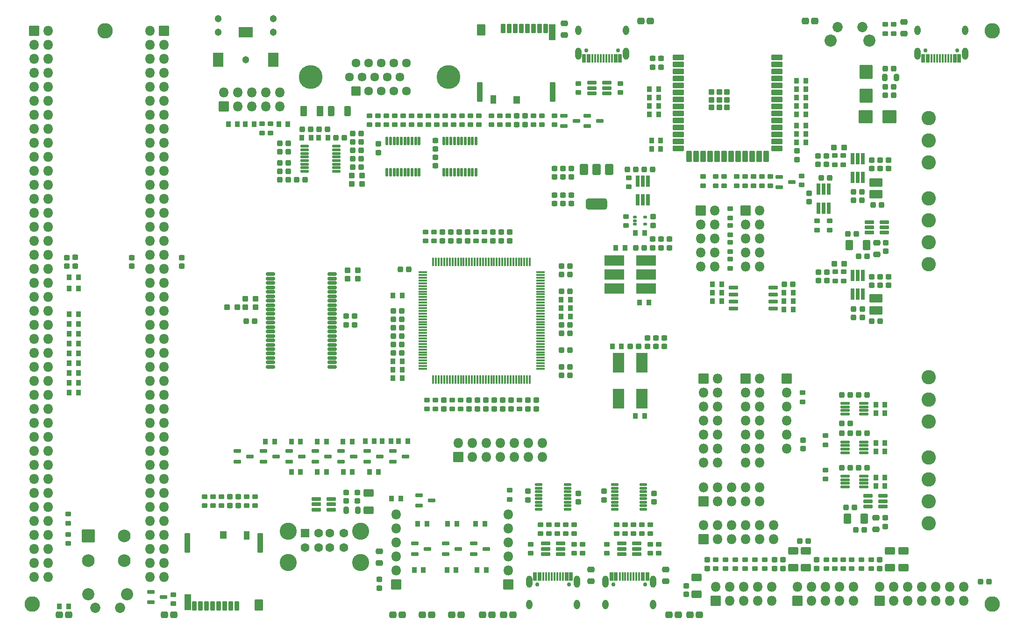
<source format=gbr>
%TF.GenerationSoftware,KiCad,Pcbnew,8.0.4*%
%TF.CreationDate,2024-07-29T15:07:11-07:00*%
%TF.ProjectId,PETER,50455445-522e-46b6-9963-61645f706362,0*%
%TF.SameCoordinates,Original*%
%TF.FileFunction,Soldermask,Top*%
%TF.FilePolarity,Negative*%
%FSLAX46Y46*%
G04 Gerber Fmt 4.6, Leading zero omitted, Abs format (unit mm)*
G04 Created by KiCad (PCBNEW 8.0.4) date 2024-07-29 15:07:11*
%MOMM*%
%LPD*%
G01*
G04 APERTURE LIST*
G04 Aperture macros list*
%AMRoundRect*
0 Rectangle with rounded corners*
0 $1 Rounding radius*
0 $2 $3 $4 $5 $6 $7 $8 $9 X,Y pos of 4 corners*
0 Add a 4 corners polygon primitive as box body*
4,1,4,$2,$3,$4,$5,$6,$7,$8,$9,$2,$3,0*
0 Add four circle primitives for the rounded corners*
1,1,$1+$1,$2,$3*
1,1,$1+$1,$4,$5*
1,1,$1+$1,$6,$7*
1,1,$1+$1,$8,$9*
0 Add four rect primitives between the rounded corners*
20,1,$1+$1,$2,$3,$4,$5,0*
20,1,$1+$1,$4,$5,$6,$7,0*
20,1,$1+$1,$6,$7,$8,$9,0*
20,1,$1+$1,$8,$9,$2,$3,0*%
G04 Aperture macros list end*
%ADD10C,2.802000*%
%ADD11RoundRect,0.225500X0.225500X0.300500X-0.225500X0.300500X-0.225500X-0.300500X0.225500X-0.300500X0*%
%ADD12RoundRect,0.188000X-0.643000X-0.188000X0.643000X-0.188000X0.643000X0.188000X-0.643000X0.188000X0*%
%ADD13RoundRect,0.175500X-0.538000X-0.175500X0.538000X-0.175500X0.538000X0.175500X-0.538000X0.175500X0*%
%ADD14RoundRect,0.250500X-0.250500X-0.275500X0.250500X-0.275500X0.250500X0.275500X-0.250500X0.275500X0*%
%ADD15RoundRect,0.225500X-0.300500X0.225500X-0.300500X-0.225500X0.300500X-0.225500X0.300500X0.225500X0*%
%ADD16RoundRect,0.244250X0.244250X0.406750X-0.244250X0.406750X-0.244250X-0.406750X0.244250X-0.406750X0*%
%ADD17RoundRect,0.051000X-0.850000X-0.850000X0.850000X-0.850000X0.850000X0.850000X-0.850000X0.850000X0*%
%ADD18O,1.802000X1.802000*%
%ADD19RoundRect,0.051000X0.850000X-0.850000X0.850000X0.850000X-0.850000X0.850000X-0.850000X-0.850000X0*%
%ADD20C,0.752000*%
%ADD21RoundRect,0.051000X-0.300000X-0.725000X0.300000X-0.725000X0.300000X0.725000X-0.300000X0.725000X0*%
%ADD22RoundRect,0.051000X-0.150000X-0.725000X0.150000X-0.725000X0.150000X0.725000X-0.150000X0.725000X0*%
%ADD23O,1.102000X2.202000*%
%ADD24O,1.102000X1.702000*%
%ADD25RoundRect,0.225500X-0.225500X-0.300500X0.225500X-0.300500X0.225500X0.300500X-0.225500X0.300500X0*%
%ADD26RoundRect,0.225500X0.300500X-0.225500X0.300500X0.225500X-0.300500X0.225500X-0.300500X-0.225500X0*%
%ADD27RoundRect,0.301000X0.351000X0.301000X-0.351000X0.301000X-0.351000X-0.301000X0.351000X-0.301000X0*%
%ADD28RoundRect,0.244250X-0.406750X0.244250X-0.406750X-0.244250X0.406750X-0.244250X0.406750X0.244250X0*%
%ADD29RoundRect,0.250500X0.250500X0.275500X-0.250500X0.275500X-0.250500X-0.275500X0.250500X-0.275500X0*%
%ADD30RoundRect,0.244250X0.406750X-0.244250X0.406750X0.244250X-0.406750X0.244250X-0.406750X-0.244250X0*%
%ADD31RoundRect,0.051000X-1.100000X-1.100000X1.100000X-1.100000X1.100000X1.100000X-1.100000X1.100000X0*%
%ADD32C,2.302000*%
%ADD33RoundRect,0.250500X-0.275500X0.250500X-0.275500X-0.250500X0.275500X-0.250500X0.275500X0.250500X0*%
%ADD34RoundRect,0.102000X-1.110000X0.620000X-1.110000X-0.620000X1.110000X-0.620000X1.110000X0.620000X0*%
%ADD35RoundRect,0.051000X-0.600000X-0.200000X0.600000X-0.200000X0.600000X0.200000X-0.600000X0.200000X0*%
%ADD36RoundRect,0.250500X0.275500X-0.250500X0.275500X0.250500X-0.275500X0.250500X-0.275500X-0.250500X0*%
%ADD37RoundRect,0.269616X0.656384X-0.431384X0.656384X0.431384X-0.656384X0.431384X-0.656384X-0.431384X0*%
%ADD38RoundRect,0.051000X-1.750000X0.900000X-1.750000X-0.900000X1.750000X-0.900000X1.750000X0.900000X0*%
%ADD39C,1.852000*%
%ADD40C,2.202000*%
%ADD41C,1.302000*%
%ADD42RoundRect,0.051000X-1.250000X0.900000X-1.250000X-0.900000X1.250000X-0.900000X1.250000X0.900000X0*%
%ADD43RoundRect,0.051000X-0.900000X1.250000X-0.900000X-1.250000X0.900000X-1.250000X0.900000X1.250000X0*%
%ADD44RoundRect,0.188000X0.188000X-0.863000X0.188000X0.863000X-0.188000X0.863000X-0.188000X-0.863000X0*%
%ADD45RoundRect,0.051000X-1.000000X1.750000X-1.000000X-1.750000X1.000000X-1.750000X1.000000X1.750000X0*%
%ADD46RoundRect,0.125500X0.125500X-0.663000X0.125500X0.663000X-0.125500X0.663000X-0.125500X-0.663000X0*%
%ADD47RoundRect,0.269616X-0.431384X-0.656384X0.431384X-0.656384X0.431384X0.656384X-0.431384X0.656384X0*%
%ADD48RoundRect,0.244250X-0.244250X-0.281750X0.244250X-0.281750X0.244250X0.281750X-0.244250X0.281750X0*%
%ADD49RoundRect,0.051000X-0.750000X-0.750000X0.750000X-0.750000X0.750000X0.750000X-0.750000X0.750000X0*%
%ADD50C,1.602000*%
%ADD51C,3.102000*%
%ADD52RoundRect,0.051000X0.300000X0.725000X-0.300000X0.725000X-0.300000X-0.725000X0.300000X-0.725000X0*%
%ADD53RoundRect,0.051000X0.150000X0.725000X-0.150000X0.725000X-0.150000X-0.725000X0.150000X-0.725000X0*%
%ADD54RoundRect,0.051000X-0.800000X0.200000X-0.800000X-0.200000X0.800000X-0.200000X0.800000X0.200000X0*%
%ADD55RoundRect,0.263000X0.275500X0.263000X-0.275500X0.263000X-0.275500X-0.263000X0.275500X-0.263000X0*%
%ADD56RoundRect,0.263000X-0.275500X-0.263000X0.275500X-0.263000X0.275500X0.263000X-0.275500X0.263000X0*%
%ADD57RoundRect,0.051000X0.850000X0.850000X-0.850000X0.850000X-0.850000X-0.850000X0.850000X-0.850000X0*%
%ADD58RoundRect,0.244250X0.244250X0.281750X-0.244250X0.281750X-0.244250X-0.281750X0.244250X-0.281750X0*%
%ADD59RoundRect,0.244250X0.281750X-0.244250X0.281750X0.244250X-0.281750X0.244250X-0.281750X-0.244250X0*%
%ADD60RoundRect,0.272174X0.353826X0.678826X-0.353826X0.678826X-0.353826X-0.678826X0.353826X-0.678826X0*%
%ADD61RoundRect,0.051000X0.754000X0.754000X-0.754000X0.754000X-0.754000X-0.754000X0.754000X-0.754000X0*%
%ADD62C,1.610000*%
%ADD63C,4.318000*%
%ADD64RoundRect,0.301000X-0.351000X-0.301000X0.351000X-0.301000X0.351000X0.301000X-0.351000X0.301000X0*%
%ADD65RoundRect,0.269616X-0.656384X0.431384X-0.656384X-0.431384X0.656384X-0.431384X0.656384X0.431384X0*%
%ADD66RoundRect,0.244250X-0.244250X-0.406750X0.244250X-0.406750X0.244250X0.406750X-0.244250X0.406750X0*%
%ADD67RoundRect,0.261087X-1.039913X-0.939913X1.039913X-0.939913X1.039913X0.939913X-1.039913X0.939913X0*%
%ADD68RoundRect,0.076200X0.350000X0.750000X-0.350000X0.750000X-0.350000X-0.750000X0.350000X-0.750000X0*%
%ADD69RoundRect,0.076200X0.450000X0.665000X-0.450000X0.665000X-0.450000X-0.665000X0.450000X-0.665000X0*%
%ADD70RoundRect,0.076200X0.525000X0.590000X-0.525000X0.590000X-0.525000X-0.590000X0.525000X-0.590000X0*%
%ADD71RoundRect,0.076200X0.670000X0.915000X-0.670000X0.915000X-0.670000X-0.915000X0.670000X-0.915000X0*%
%ADD72RoundRect,0.076200X0.530000X1.400000X-0.530000X1.400000X-0.530000X-1.400000X0.530000X-1.400000X0*%
%ADD73RoundRect,0.076200X0.450000X1.665000X-0.450000X1.665000X-0.450000X-1.665000X0.450000X-1.665000X0*%
%ADD74RoundRect,0.100500X0.100500X-0.688000X0.100500X0.688000X-0.100500X0.688000X-0.100500X-0.688000X0*%
%ADD75RoundRect,0.100500X0.688000X-0.100500X0.688000X0.100500X-0.688000X0.100500X-0.688000X-0.100500X0*%
%ADD76C,2.602000*%
%ADD77RoundRect,0.051000X-0.950000X-0.450000X0.950000X-0.450000X0.950000X0.450000X-0.950000X0.450000X0*%
%ADD78RoundRect,0.051000X0.450000X-0.950000X0.450000X0.950000X-0.450000X0.950000X-0.450000X-0.950000X0*%
%ADD79RoundRect,0.051000X0.950000X0.450000X-0.950000X0.450000X-0.950000X-0.450000X0.950000X-0.450000X0*%
%ADD80RoundRect,0.051000X0.450000X0.450000X-0.450000X0.450000X-0.450000X-0.450000X0.450000X-0.450000X0*%
%ADD81RoundRect,0.125500X-0.250500X-0.125500X0.250500X-0.125500X0.250500X0.125500X-0.250500X0.125500X0*%
%ADD82RoundRect,0.125500X-0.663000X-0.125500X0.663000X-0.125500X0.663000X0.125500X-0.663000X0.125500X0*%
%ADD83RoundRect,0.261087X0.939913X-1.039913X0.939913X1.039913X-0.939913X1.039913X-0.939913X-1.039913X0*%
%ADD84RoundRect,0.076200X-0.350000X-0.750000X0.350000X-0.750000X0.350000X0.750000X-0.350000X0.750000X0*%
%ADD85RoundRect,0.076200X-0.450000X-0.665000X0.450000X-0.665000X0.450000X0.665000X-0.450000X0.665000X0*%
%ADD86RoundRect,0.076200X-0.525000X-0.590000X0.525000X-0.590000X0.525000X0.590000X-0.525000X0.590000X0*%
%ADD87RoundRect,0.076200X-0.670000X-0.915000X0.670000X-0.915000X0.670000X0.915000X-0.670000X0.915000X0*%
%ADD88RoundRect,0.076200X-0.530000X-1.400000X0.530000X-1.400000X0.530000X1.400000X-0.530000X1.400000X0*%
%ADD89RoundRect,0.076200X-0.450000X-1.665000X0.450000X-1.665000X0.450000X1.665000X-0.450000X1.665000X0*%
%ADD90RoundRect,0.175500X-0.675500X-0.175500X0.675500X-0.175500X0.675500X0.175500X-0.675500X0.175500X0*%
%ADD91RoundRect,0.400500X-0.400500X0.650500X-0.400500X-0.650500X0.400500X-0.650500X0.400500X0.650500X0*%
%ADD92RoundRect,0.525500X-1.425500X0.525500X-1.425500X-0.525500X1.425500X-0.525500X1.425500X0.525500X0*%
%ADD93RoundRect,0.163000X-0.650500X-0.163000X0.650500X-0.163000X0.650500X0.163000X-0.650500X0.163000X0*%
%ADD94RoundRect,0.272666X-0.340834X-0.653334X0.340834X-0.653334X0.340834X0.653334X-0.340834X0.653334X0*%
G04 APERTURE END LIST*
D10*
%TO.C,H1*%
X12828800Y-28000D03*
%TD*%
%TO.C,H2*%
X173620800Y-28000D03*
%TD*%
%TO.C,H3*%
X-379200Y-104028000D03*
%TD*%
%TO.C,H4*%
X173620800Y-104028000D03*
%TD*%
D11*
%TO.C,R808*%
X52944800Y-74549000D03*
X51294800Y-74549000D03*
%TD*%
D12*
%TO.C,D1201*%
X101062800Y-9464000D03*
X101062800Y-10414000D03*
X101062800Y-11364000D03*
X103762800Y-11364000D03*
X103762800Y-10414000D03*
X103762800Y-9464000D03*
%TD*%
D13*
%TO.C,Q1202*%
X100195300Y-15433000D03*
X100195300Y-17333000D03*
X102470300Y-16383000D03*
%TD*%
D14*
%TO.C,C909*%
X147484800Y-36830000D03*
X149034800Y-36830000D03*
%TD*%
D15*
%TO.C,R205*%
X146671300Y-43752000D03*
X146671300Y-45402000D03*
%TD*%
D16*
%TO.C,FB201*%
X156307300Y-8509000D03*
X154182300Y-8509000D03*
%TD*%
D17*
%TO.C,J1102*%
X136346800Y-63144000D03*
D18*
X136346800Y-65684000D03*
X136346800Y-68224000D03*
X136346800Y-70764000D03*
X136346800Y-73304000D03*
X136346800Y-75844000D03*
%TD*%
D19*
%TO.C,J1108*%
X76880800Y-77348000D03*
D18*
X76880800Y-74808000D03*
X79420800Y-77348000D03*
X79420800Y-74808000D03*
X81960800Y-77348000D03*
X81960800Y-74808000D03*
X84500800Y-77348000D03*
X84500800Y-74808000D03*
X87040800Y-77348000D03*
X87040800Y-74808000D03*
X89580800Y-77348000D03*
X89580800Y-74808000D03*
X92120800Y-77348000D03*
X92120800Y-74808000D03*
%TD*%
D20*
%TO.C,J1005*%
X104983800Y-100447800D03*
X110763800Y-100447800D03*
D21*
X104623800Y-99002800D03*
X105423800Y-99002800D03*
D22*
X106623800Y-99002800D03*
X107623800Y-99002800D03*
X108123800Y-99002800D03*
X109123800Y-99002800D03*
D21*
X110323800Y-99002800D03*
X111123800Y-99002800D03*
X111123800Y-99002800D03*
X110323800Y-99002800D03*
D22*
X109623800Y-99002800D03*
X108623800Y-99002800D03*
X107123800Y-99002800D03*
X106123800Y-99002800D03*
D21*
X105423800Y-99002800D03*
X104623800Y-99002800D03*
D23*
X103553800Y-99917800D03*
D24*
X103553800Y-104097800D03*
D23*
X112193800Y-99917800D03*
D24*
X112193800Y-104097800D03*
%TD*%
D25*
%TO.C,R504*%
X66027800Y-74422000D03*
X67677800Y-74422000D03*
%TD*%
D26*
%TO.C,R206*%
X154228800Y-508000D03*
X154228800Y1142000D03*
%TD*%
%TO.C,R1010*%
X107111800Y-91249000D03*
X107111800Y-89599000D03*
%TD*%
D15*
%TO.C,R605*%
X107746800Y-26666000D03*
X107746800Y-28316000D03*
%TD*%
D25*
%TO.C,R601*%
X74917800Y-89408000D03*
X76567800Y-89408000D03*
%TD*%
%TO.C,R904*%
X152514800Y-81026000D03*
X154164800Y-81026000D03*
%TD*%
%TO.C,R1114*%
X138163800Y-17246600D03*
X139813800Y-17246600D03*
%TD*%
D17*
%TO.C,J1001*%
X121330800Y-63114000D03*
D18*
X123870800Y-63114000D03*
X121330800Y-65654000D03*
X123870800Y-65654000D03*
X121330800Y-68194000D03*
X123870800Y-68194000D03*
X121330800Y-70734000D03*
X123870800Y-70734000D03*
X121330800Y-73274000D03*
X123870800Y-73274000D03*
X121330800Y-75814000D03*
X123870800Y-75814000D03*
X121330800Y-78354000D03*
X123870800Y-78354000D03*
%TD*%
D19*
%TO.C,J303*%
X34345800Y-13721000D03*
D18*
X34345800Y-11181000D03*
X36885800Y-13721000D03*
X36885800Y-11181000D03*
X39425800Y-13721000D03*
X39425800Y-11181000D03*
X41965800Y-13721000D03*
X41965800Y-11181000D03*
X44505800Y-13721000D03*
X44505800Y-11181000D03*
%TD*%
D26*
%TO.C,R1119*%
X127050800Y-97594040D03*
X127050800Y-95944040D03*
%TD*%
D27*
%TO.C,D601*%
X72020800Y-105918000D03*
X70320800Y-105918000D03*
%TD*%
D11*
%TO.C,R606*%
X97141800Y-48768000D03*
X95491800Y-48768000D03*
%TD*%
%TO.C,R510*%
X106412800Y-57277000D03*
X104762800Y-57277000D03*
%TD*%
D25*
%TO.C,R803*%
X46596800Y-80010000D03*
X48246800Y-80010000D03*
%TD*%
D14*
%TO.C,C205*%
X95541800Y-60960000D03*
X97091800Y-60960000D03*
%TD*%
D26*
%TO.C,R211*%
X144195800Y-36181800D03*
X144195800Y-34531800D03*
%TD*%
D13*
%TO.C,Q804*%
X50919300Y-76266000D03*
X50919300Y-78166000D03*
X53194300Y-77216000D03*
%TD*%
D26*
%TO.C,R1201*%
X84378800Y-17081000D03*
X84378800Y-15431000D03*
%TD*%
D13*
%TO.C,Q601*%
X74605300Y-93030000D03*
X74605300Y-94930000D03*
X76880300Y-93980000D03*
%TD*%
D25*
%TO.C,R608*%
X69520800Y-89407500D03*
X71170800Y-89407500D03*
%TD*%
D28*
%TO.C,FB1201*%
X96062800Y1316500D03*
X96062800Y-808500D03*
%TD*%
D29*
%TO.C,C804*%
X59245800Y-20193000D03*
X57695800Y-20193000D03*
%TD*%
D30*
%TO.C,FB901*%
X152577800Y-90470500D03*
X152577800Y-88345500D03*
%TD*%
D26*
%TO.C,R1007*%
X110159800Y-91249000D03*
X110159800Y-89599000D03*
%TD*%
D29*
%TO.C,C215*%
X66611800Y-55372000D03*
X65061800Y-55372000D03*
%TD*%
D15*
%TO.C,R202*%
X146645900Y-22644600D03*
X146645900Y-24294600D03*
%TD*%
D31*
%TO.C,S601*%
X9829800Y-91603000D03*
D32*
X16329800Y-91603000D03*
X9829800Y-96103000D03*
X16329800Y-96103000D03*
%TD*%
D26*
%TO.C,R517*%
X87934800Y-68643000D03*
X87934800Y-66993000D03*
%TD*%
D33*
%TO.C,C236*%
X94284800Y-25006000D03*
X94284800Y-26556000D03*
%TD*%
D34*
%TO.C,L202*%
X152513300Y-48567000D03*
X152513300Y-50747000D03*
%TD*%
D33*
%TO.C,C203*%
X83362800Y-67043000D03*
X83362800Y-68593000D03*
%TD*%
D14*
%TO.C,C912*%
X146341800Y-66040000D03*
X147891800Y-66040000D03*
%TD*%
D15*
%TO.C,R1207*%
X106222800Y-9589000D03*
X106222800Y-11239000D03*
%TD*%
D33*
%TO.C,C706*%
X115112800Y-37833000D03*
X115112800Y-39383000D03*
%TD*%
D25*
%TO.C,R317*%
X38214800Y-16954000D03*
X39864800Y-16954000D03*
%TD*%
D35*
%TO.C,U1002*%
X105223000Y-82359500D03*
X105223000Y-82994500D03*
X105223000Y-83629500D03*
X105223000Y-84264500D03*
X105223000Y-84899500D03*
X105223000Y-85534500D03*
X105223000Y-86169500D03*
X105223000Y-86804500D03*
X110423000Y-86804500D03*
X110423000Y-86169500D03*
X110423000Y-85534500D03*
X110423000Y-84899500D03*
X110423000Y-84264500D03*
X110423000Y-83629500D03*
X110423000Y-82994500D03*
X110423000Y-82359500D03*
%TD*%
D36*
%TO.C,C801*%
X56565800Y-85303750D03*
X56565800Y-83753750D03*
%TD*%
D26*
%TO.C,R711*%
X74472800Y-17081000D03*
X74472800Y-15431000D03*
%TD*%
D37*
%TO.C,F1103*%
X139877800Y-97435000D03*
X139877800Y-94335000D03*
%TD*%
D26*
%TO.C,R712*%
X75996800Y-17081000D03*
X75996800Y-15431000D03*
%TD*%
D25*
%TO.C,R316*%
X44310800Y-16954000D03*
X45960800Y-16954000D03*
%TD*%
%TO.C,R302*%
X6337800Y-46736000D03*
X7987800Y-46736000D03*
%TD*%
%TO.C,R903*%
X152514800Y-76327000D03*
X154164800Y-76327000D03*
%TD*%
D26*
%TO.C,R1123*%
X128828800Y-97599000D03*
X128828800Y-95949000D03*
%TD*%
D29*
%TO.C,C401*%
X39928800Y-52705000D03*
X38378800Y-52705000D03*
%TD*%
D33*
%TO.C,C504*%
X90982800Y-67043000D03*
X90982800Y-68593000D03*
%TD*%
D26*
%TO.C,R1204*%
X91998800Y-17081000D03*
X91998800Y-15431000D03*
%TD*%
D14*
%TO.C,C812*%
X57695800Y-23241000D03*
X59245800Y-23241000D03*
%TD*%
D25*
%TO.C,R604*%
X80251800Y-97790000D03*
X81901800Y-97790000D03*
%TD*%
%TO.C,R807*%
X51295800Y-80010000D03*
X52945800Y-80010000D03*
%TD*%
D17*
%TO.C,J1004*%
X128955800Y-63114000D03*
D18*
X131495800Y-63114000D03*
X128955800Y-65654000D03*
X131495800Y-65654000D03*
X128955800Y-68194000D03*
X131495800Y-68194000D03*
X128955800Y-70734000D03*
X131495800Y-70734000D03*
X128955800Y-73274000D03*
X131495800Y-73274000D03*
X128955800Y-75814000D03*
X131495800Y-75814000D03*
X128955800Y-78354000D03*
X131495800Y-78354000D03*
%TD*%
D26*
%TO.C,R1222*%
X94284800Y-17081000D03*
X94284800Y-15431000D03*
%TD*%
D14*
%TO.C,C708*%
X95541800Y-42672000D03*
X97091800Y-42672000D03*
%TD*%
D27*
%TO.C,D603*%
X66686800Y-105918000D03*
X64986800Y-105918000D03*
%TD*%
%TO.C,D1005*%
X120534800Y-105918000D03*
X118834800Y-105918000D03*
%TD*%
D33*
%TO.C,C225*%
X143597900Y-22694600D03*
X143597900Y-24244600D03*
%TD*%
D26*
%TO.C,R908*%
X143433800Y-75120000D03*
X143433800Y-73470000D03*
%TD*%
D33*
%TO.C,C604*%
X112191800Y-33769000D03*
X112191800Y-35319000D03*
%TD*%
D38*
%TO.C,X701*%
X105150800Y-41669000D03*
X105150800Y-44209000D03*
X105150800Y-46749000D03*
X110850800Y-46749000D03*
X110850800Y-44209000D03*
X110850800Y-41669000D03*
%TD*%
D33*
%TO.C,C230*%
X153275300Y-44665600D03*
X153275300Y-46215600D03*
%TD*%
D14*
%TO.C,C228*%
X154215800Y-11684000D03*
X155765800Y-11684000D03*
%TD*%
D29*
%TO.C,C202*%
X66611800Y-53848000D03*
X65061800Y-53848000D03*
%TD*%
%TO.C,C226*%
X155765800Y-6858000D03*
X154215800Y-6858000D03*
%TD*%
D25*
%TO.C,R303*%
X6337800Y-56769000D03*
X7987800Y-56769000D03*
%TD*%
D39*
%TO.C,S201*%
X15544800Y-104698800D03*
X11044800Y-104698800D03*
D40*
X16794800Y-102208800D03*
X9784800Y-102208800D03*
%TD*%
D14*
%TO.C,C206*%
X95541800Y-47244000D03*
X97091800Y-47244000D03*
%TD*%
D15*
%TO.C,R519*%
X81584800Y-36513000D03*
X81584800Y-38163000D03*
%TD*%
D14*
%TO.C,C245*%
X151752000Y-52679600D03*
X153302000Y-52679600D03*
%TD*%
D25*
%TO.C,R603*%
X79997800Y-89408000D03*
X81647800Y-89408000D03*
%TD*%
D34*
%TO.C,L201*%
X152513300Y-27510400D03*
X152513300Y-29690400D03*
%TD*%
D25*
%TO.C,R307*%
X6337800Y-63881000D03*
X7987800Y-63881000D03*
%TD*%
D13*
%TO.C,Q803*%
X60317300Y-76266000D03*
X60317300Y-78166000D03*
X62592300Y-77216000D03*
%TD*%
D41*
%TO.C,CON801*%
X43328600Y2193600D03*
X33328600Y2193600D03*
X43328600Y-306400D03*
X33328600Y-306400D03*
X38328600Y-5306400D03*
D42*
X38328600Y-306400D03*
D43*
X33328600Y-5306400D03*
X43328600Y-5306400D03*
%TD*%
D14*
%TO.C,C605*%
X135927800Y-45974000D03*
X137477800Y-45974000D03*
%TD*%
D25*
%TO.C,R523*%
X65011800Y-62992000D03*
X66661800Y-62992000D03*
%TD*%
D37*
%TO.C,F801*%
X60629800Y-86993750D03*
X60629800Y-83893750D03*
%TD*%
D14*
%TO.C,C601*%
X95541800Y-57912000D03*
X97091800Y-57912000D03*
%TD*%
D11*
%TO.C,R809*%
X50151800Y-19431000D03*
X48501800Y-19431000D03*
%TD*%
D29*
%TO.C,C806*%
X53149800Y-17907000D03*
X51599800Y-17907000D03*
%TD*%
D36*
%TO.C,C201*%
X84632800Y-38113000D03*
X84632800Y-36563000D03*
%TD*%
D25*
%TO.C,R613*%
X122923800Y-47498000D03*
X124573800Y-47498000D03*
%TD*%
D13*
%TO.C,Q603*%
X68954300Y-93030000D03*
X68954300Y-94930000D03*
X71229300Y-93980000D03*
%TD*%
D25*
%TO.C,R312*%
X6337800Y-62103000D03*
X7987800Y-62103000D03*
%TD*%
%TO.C,R1219*%
X138163800Y-9118600D03*
X139813800Y-9118600D03*
%TD*%
D26*
%TO.C,R311*%
X6146800Y-89344000D03*
X6146800Y-87694000D03*
%TD*%
D36*
%TO.C,C304*%
X5892800Y-42698000D03*
X5892800Y-41148000D03*
%TD*%
D26*
%TO.C,R1002*%
X91744800Y-91249000D03*
X91744800Y-89599000D03*
%TD*%
D25*
%TO.C,R906*%
X152514800Y-74803000D03*
X154164800Y-74803000D03*
%TD*%
D14*
%TO.C,C244*%
X152056800Y-31623000D03*
X153606800Y-31623000D03*
%TD*%
D26*
%TO.C,R715*%
X80568800Y-17081000D03*
X80568800Y-15431000D03*
%TD*%
D11*
%TO.C,R1213*%
X113143800Y-13690600D03*
X111493800Y-13690600D03*
%TD*%
D26*
%TO.C,R1105*%
X146608800Y-97599000D03*
X146608800Y-95949000D03*
%TD*%
D33*
%TO.C,C214*%
X80314800Y-67043000D03*
X80314800Y-68593000D03*
%TD*%
D14*
%TO.C,C1106*%
X171487800Y-99949000D03*
X173037800Y-99949000D03*
%TD*%
D25*
%TO.C,R610*%
X122923800Y-45974000D03*
X124573800Y-45974000D03*
%TD*%
D33*
%TO.C,C1003*%
X103301800Y-83553000D03*
X103301800Y-85103000D03*
%TD*%
%TO.C,C221*%
X151776700Y-23456600D03*
X151776700Y-25006600D03*
%TD*%
D44*
%TO.C,U203*%
X148312100Y-47811000D03*
X149262100Y-47811000D03*
X150212100Y-47811000D03*
X150212100Y-44391000D03*
X149262100Y-44391000D03*
X148312100Y-44391000D03*
%TD*%
D13*
%TO.C,Q201*%
X21138300Y-101793000D03*
X21138300Y-103693000D03*
X23413300Y-102743000D03*
%TD*%
D26*
%TO.C,R1017*%
X97840800Y-94805000D03*
X97840800Y-93155000D03*
%TD*%
D45*
%TO.C,X501*%
X105900800Y-60250000D03*
X105900800Y-66750000D03*
X110100800Y-66750000D03*
X110100800Y-60250000D03*
%TD*%
D46*
%TO.C,U702*%
X74214800Y-25722500D03*
X74864800Y-25722500D03*
X75514800Y-25722500D03*
X76164800Y-25722500D03*
X76814800Y-25722500D03*
X77464800Y-25722500D03*
X78114800Y-25722500D03*
X78764800Y-25722500D03*
X79414800Y-25722500D03*
X80064800Y-25722500D03*
X80064800Y-19997500D03*
X79414800Y-19997500D03*
X78764800Y-19997500D03*
X78114800Y-19997500D03*
X77464800Y-19997500D03*
X76814800Y-19997500D03*
X76164800Y-19997500D03*
X75514800Y-19997500D03*
X74864800Y-19997500D03*
X74214800Y-19997500D03*
%TD*%
D11*
%TO.C,R503*%
X64692800Y-74422000D03*
X63042800Y-74422000D03*
%TD*%
%TO.C,R806*%
X61644800Y-74422000D03*
X59994800Y-74422000D03*
%TD*%
D25*
%TO.C,R305*%
X6337800Y-60325000D03*
X7987800Y-60325000D03*
%TD*%
D36*
%TO.C,C1203*%
X112064800Y-6617000D03*
X112064800Y-5067000D03*
%TD*%
D26*
%TO.C,R1203*%
X90474800Y-17081000D03*
X90474800Y-15431000D03*
%TD*%
D14*
%TO.C,C210*%
X95541800Y-62484000D03*
X97091800Y-62484000D03*
%TD*%
D33*
%TO.C,C501*%
X74218800Y-67043000D03*
X74218800Y-68593000D03*
%TD*%
D36*
%TO.C,C239*%
X97332800Y-31382000D03*
X97332800Y-29832000D03*
%TD*%
D47*
%TO.C,F901*%
X147344800Y-88519000D03*
X150444800Y-88519000D03*
%TD*%
D11*
%TO.C,R1208*%
X113524800Y-21463000D03*
X111874800Y-21463000D03*
%TD*%
D36*
%TO.C,C709*%
X83108800Y-38113000D03*
X83108800Y-36563000D03*
%TD*%
D29*
%TO.C,C1101*%
X140258800Y-92583000D03*
X138708800Y-92583000D03*
%TD*%
D26*
%TO.C,R1004*%
X93268800Y-91249000D03*
X93268800Y-89599000D03*
%TD*%
D36*
%TO.C,C1002*%
X98602800Y-85484000D03*
X98602800Y-83934000D03*
%TD*%
D33*
%TO.C,C234*%
X142099300Y-43802000D03*
X142099300Y-45352000D03*
%TD*%
D25*
%TO.C,R301*%
X6337800Y-54991000D03*
X7987800Y-54991000D03*
%TD*%
%TO.C,R521*%
X65011800Y-59944000D03*
X66661800Y-59944000D03*
%TD*%
D15*
%TO.C,R505*%
X40055800Y-84519000D03*
X40055800Y-86169000D03*
%TD*%
D26*
%TO.C,R516*%
X80060800Y-38163000D03*
X80060800Y-36513000D03*
%TD*%
D25*
%TO.C,R717*%
X109715800Y-49289000D03*
X111365800Y-49289000D03*
%TD*%
%TO.C,R511*%
X108953800Y-69850000D03*
X110603800Y-69850000D03*
%TD*%
D15*
%TO.C,R313*%
X6146800Y-91377000D03*
X6146800Y-93027000D03*
%TD*%
D29*
%TO.C,C902*%
X150939800Y-79248000D03*
X149389800Y-79248000D03*
%TD*%
D33*
%TO.C,C218*%
X81838800Y-67043000D03*
X81838800Y-68593000D03*
%TD*%
D46*
%TO.C,U701*%
X63927800Y-25722500D03*
X64577800Y-25722500D03*
X65227800Y-25722500D03*
X65877800Y-25722500D03*
X66527800Y-25722500D03*
X67177800Y-25722500D03*
X67827800Y-25722500D03*
X68477800Y-25722500D03*
X69127800Y-25722500D03*
X69777800Y-25722500D03*
X69777800Y-19997500D03*
X69127800Y-19997500D03*
X68477800Y-19997500D03*
X67827800Y-19997500D03*
X67177800Y-19997500D03*
X66527800Y-19997500D03*
X65877800Y-19997500D03*
X65227800Y-19997500D03*
X64577800Y-19997500D03*
X63927800Y-19997500D03*
%TD*%
D15*
%TO.C,R507*%
X33959800Y-84519000D03*
X33959800Y-86169000D03*
%TD*%
D11*
%TO.C,R209*%
X6209800Y-104394000D03*
X4559800Y-104394000D03*
%TD*%
D19*
%TO.C,J1003*%
X121340800Y-85349000D03*
D18*
X121340800Y-82809000D03*
X123880800Y-85349000D03*
X123880800Y-82809000D03*
X126420800Y-85349000D03*
X126420800Y-82809000D03*
X128960800Y-85349000D03*
X128960800Y-82809000D03*
X131500800Y-85349000D03*
X131500800Y-82809000D03*
%TD*%
D33*
%TO.C,C707*%
X113588800Y-37833000D03*
X113588800Y-39383000D03*
%TD*%
D25*
%TO.C,R1217*%
X138163800Y-12166600D03*
X139813800Y-12166600D03*
%TD*%
D15*
%TO.C,R1215*%
X125018800Y-26454600D03*
X125018800Y-28104600D03*
%TD*%
D48*
%TO.C,FB804*%
X44475300Y-27051000D03*
X46050300Y-27051000D03*
%TD*%
D19*
%TO.C,J1101*%
X138352450Y-103378420D03*
D18*
X138352450Y-100838420D03*
X140892450Y-103378420D03*
X140892450Y-100838420D03*
X143432450Y-103378420D03*
X143432450Y-100838420D03*
X145972450Y-103378420D03*
X145972450Y-100838420D03*
X148512450Y-103378420D03*
X148512450Y-100838420D03*
%TD*%
D11*
%TO.C,R611*%
X137527800Y-49022000D03*
X135877800Y-49022000D03*
%TD*%
%TO.C,R1212*%
X113143800Y-10642600D03*
X111493800Y-10642600D03*
%TD*%
D13*
%TO.C,Q502*%
X36822300Y-76266000D03*
X36822300Y-78166000D03*
X39097300Y-77216000D03*
%TD*%
D36*
%TO.C,C508*%
X73964800Y-38113000D03*
X73964800Y-36563000D03*
%TD*%
D49*
%TO.C,J801*%
X49072800Y-91164000D03*
D50*
X51572800Y-91164000D03*
X53572800Y-91164000D03*
X56072800Y-91164000D03*
X49072800Y-93784000D03*
X51572800Y-93784000D03*
X53572800Y-93784000D03*
X56072800Y-93784000D03*
D51*
X46002800Y-90814000D03*
X46002800Y-96494000D03*
X59142800Y-90814000D03*
X59142800Y-96494000D03*
%TD*%
D36*
%TO.C,C1107*%
X135686800Y-97549000D03*
X135686800Y-95999000D03*
%TD*%
D26*
%TO.C,R1210*%
X133400800Y-28104600D03*
X133400800Y-26454600D03*
%TD*%
D14*
%TO.C,C710*%
X95541800Y-44196000D03*
X97091800Y-44196000D03*
%TD*%
D26*
%TO.C,R705*%
X66852800Y-17081000D03*
X66852800Y-15431000D03*
%TD*%
D27*
%TO.C,D1006*%
X116724800Y-105918000D03*
X115024800Y-105918000D03*
%TD*%
%TO.C,D1002*%
X86752800Y-105918000D03*
X85052800Y-105918000D03*
%TD*%
D13*
%TO.C,Q503*%
X41521300Y-76266000D03*
X41521300Y-78166000D03*
X43796300Y-77216000D03*
%TD*%
D20*
%TO.C,J201*%
X167278800Y-3615292D03*
X161498800Y-3615292D03*
D52*
X167638800Y-5060292D03*
X166838800Y-5060292D03*
D53*
X165638800Y-5060292D03*
X164638800Y-5060292D03*
X164138800Y-5060292D03*
X163138800Y-5060292D03*
D52*
X161938800Y-5060292D03*
X161138800Y-5060292D03*
X161138800Y-5060292D03*
X161938800Y-5060292D03*
D53*
X162638800Y-5060292D03*
X163638800Y-5060292D03*
X165138800Y-5060292D03*
X166138800Y-5060292D03*
D52*
X166838800Y-5060292D03*
X167638800Y-5060292D03*
D23*
X168708800Y-4145292D03*
D24*
X168708800Y34708D03*
D23*
X160068800Y-4145292D03*
D24*
X160068800Y34708D03*
%TD*%
D33*
%TO.C,C701*%
X62407800Y-20561000D03*
X62407800Y-22111000D03*
%TD*%
%TO.C,C510*%
X112699800Y-55740000D03*
X112699800Y-57290000D03*
%TD*%
D15*
%TO.C,R1111*%
X130352800Y-26454600D03*
X130352800Y-28104600D03*
%TD*%
D33*
%TO.C,C1103*%
X139369800Y-74282000D03*
X139369800Y-75832000D03*
%TD*%
D14*
%TO.C,C906*%
X146341800Y-71247000D03*
X147891800Y-71247000D03*
%TD*%
D25*
%TO.C,R520*%
X65011800Y-61468000D03*
X66661800Y-61468000D03*
%TD*%
D54*
%TO.C,U901*%
X146940800Y-80813000D03*
X146940800Y-81463000D03*
X146940800Y-82113000D03*
X146940800Y-82763000D03*
X150340800Y-82763000D03*
X150340800Y-82113000D03*
X150340800Y-81463000D03*
X150340800Y-80813000D03*
%TD*%
D55*
%TO.C,R812*%
X59383300Y-27783000D03*
X57558300Y-27783000D03*
%TD*%
D25*
%TO.C,R801*%
X55994800Y-80010000D03*
X57644800Y-80010000D03*
%TD*%
D15*
%TO.C,R618*%
X126161800Y-32322000D03*
X126161800Y-33972000D03*
%TD*%
D47*
%TO.C,F902*%
X147725800Y-38862000D03*
X150825800Y-38862000D03*
%TD*%
D15*
%TO.C,R1206*%
X98602800Y-9589000D03*
X98602800Y-11239000D03*
%TD*%
D26*
%TO.C,R1001*%
X96316800Y-91249000D03*
X96316800Y-89599000D03*
%TD*%
D15*
%TO.C,R1211*%
X139115800Y-26353000D03*
X139115800Y-28003000D03*
%TD*%
D33*
%TO.C,C231*%
X151751300Y-44665600D03*
X151751300Y-46215600D03*
%TD*%
D11*
%TO.C,R615*%
X137527800Y-47498000D03*
X135877800Y-47498000D03*
%TD*%
D14*
%TO.C,C903*%
X147103800Y-86487000D03*
X148653800Y-86487000D03*
%TD*%
D26*
%TO.C,R707*%
X69900800Y-17081000D03*
X69900800Y-15431000D03*
%TD*%
D15*
%TO.C,R318*%
X41325800Y-16891000D03*
X41325800Y-18541000D03*
%TD*%
D26*
%TO.C,R704*%
X65328800Y-17081000D03*
X65328800Y-15431000D03*
%TD*%
D29*
%TO.C,C805*%
X56197800Y-19431000D03*
X54647800Y-19431000D03*
%TD*%
D36*
%TO.C,C1102*%
X141782800Y-97549000D03*
X141782800Y-95999000D03*
%TD*%
D19*
%TO.C,J1106*%
X123497300Y-103378040D03*
D18*
X123497300Y-100838040D03*
X126037300Y-103378040D03*
X126037300Y-100838040D03*
X128577300Y-103378040D03*
X128577300Y-100838040D03*
X131117300Y-103378040D03*
X131117300Y-100838040D03*
X133657300Y-103378040D03*
X133657300Y-100838040D03*
%TD*%
D36*
%TO.C,C303*%
X7416800Y-42685000D03*
X7416800Y-41135000D03*
%TD*%
D26*
%TO.C,R621*%
X126161800Y-37020000D03*
X126161800Y-35370000D03*
%TD*%
D29*
%TO.C,C506*%
X66611800Y-50800000D03*
X65061800Y-50800000D03*
%TD*%
%TO.C,C211*%
X66611800Y-56896000D03*
X65061800Y-56896000D03*
%TD*%
D56*
%TO.C,R403*%
X38254300Y-48641000D03*
X40079300Y-48641000D03*
%TD*%
D57*
%TO.C,J301*%
X2800Y0D03*
D18*
X2800Y-2540000D03*
X2800Y-5080000D03*
X2800Y-7620000D03*
X2800Y-10160000D03*
X2800Y-12700000D03*
X2800Y-15240000D03*
X2800Y-17780000D03*
X2800Y-20320000D03*
X2800Y-22860000D03*
X2800Y-25400000D03*
X2800Y-27940000D03*
X2800Y-30480000D03*
X2800Y-33020000D03*
X2800Y-35560000D03*
X2800Y-38100000D03*
X2800Y-40640000D03*
X2800Y-43180000D03*
X2800Y-45720000D03*
X2800Y-48260000D03*
X2800Y-50800000D03*
X2800Y-53340000D03*
X2800Y-55880000D03*
X2800Y-58420000D03*
X2800Y-60960000D03*
X2800Y-63500000D03*
X2800Y-66040000D03*
X2800Y-68580000D03*
X2800Y-71120000D03*
X2800Y-73660000D03*
X2800Y-76200000D03*
X2800Y-78740000D03*
X2800Y-81280000D03*
X2800Y-83820000D03*
X2800Y-86360000D03*
X2800Y-88900000D03*
X2800Y-91440000D03*
X2800Y-93980000D03*
X2800Y-96520000D03*
X2800Y-99060000D03*
X2542800Y0D03*
X2542800Y-2540000D03*
X2542800Y-5080000D03*
X2542800Y-7620000D03*
X2542800Y-10160000D03*
X2542800Y-12700000D03*
X2542800Y-15240000D03*
X2542800Y-17780000D03*
X2542800Y-20320000D03*
X2542800Y-22860000D03*
X2542800Y-25400000D03*
X2542800Y-27940000D03*
X2542800Y-30480000D03*
X2542800Y-33020000D03*
X2542800Y-35560000D03*
X2542800Y-38100000D03*
X2542800Y-40640000D03*
X2542800Y-43180000D03*
X2542800Y-45720000D03*
X2542800Y-48260000D03*
X2542800Y-50800000D03*
X2542800Y-53340000D03*
X2542800Y-55880000D03*
X2542800Y-58420000D03*
X2542800Y-60960000D03*
X2542800Y-63500000D03*
X2542800Y-66040000D03*
X2542800Y-68580000D03*
X2542800Y-71120000D03*
X2542800Y-73660000D03*
X2542800Y-76200000D03*
X2542800Y-78740000D03*
X2542800Y-81280000D03*
X2542800Y-83820000D03*
X2542800Y-86360000D03*
X2542800Y-88900000D03*
X2542800Y-91440000D03*
X2542800Y-93980000D03*
X2542800Y-96520000D03*
X2542800Y-99060000D03*
%TD*%
D26*
%TO.C,R512*%
X72440800Y-38163000D03*
X72440800Y-36513000D03*
%TD*%
D13*
%TO.C,Q801*%
X55618300Y-76266000D03*
X55618300Y-78166000D03*
X57893300Y-77216000D03*
%TD*%
D29*
%TO.C,C233*%
X150062500Y-51993800D03*
X148512500Y-51993800D03*
%TD*%
D58*
%TO.C,FB803*%
X59258300Y-18669000D03*
X57683300Y-18669000D03*
%TD*%
D33*
%TO.C,C515*%
X89458800Y-67043000D03*
X89458800Y-68593000D03*
%TD*%
D55*
%TO.C,R811*%
X59383300Y-26289000D03*
X57558300Y-26289000D03*
%TD*%
D29*
%TO.C,C232*%
X150062500Y-50469800D03*
X148512500Y-50469800D03*
%TD*%
D26*
%TO.C,R706*%
X68376800Y-17081000D03*
X68376800Y-15431000D03*
%TD*%
D54*
%TO.C,U902*%
X146940800Y-74590000D03*
X146940800Y-75240000D03*
X146940800Y-75890000D03*
X146940800Y-76540000D03*
X150340800Y-76540000D03*
X150340800Y-75890000D03*
X150340800Y-75240000D03*
X150340800Y-74590000D03*
%TD*%
D25*
%TO.C,R309*%
X6337800Y-51435000D03*
X7987800Y-51435000D03*
%TD*%
D29*
%TO.C,C904*%
X150431800Y-90551000D03*
X148881800Y-90551000D03*
%TD*%
D15*
%TO.C,R501*%
X77266800Y-66993000D03*
X77266800Y-68643000D03*
%TD*%
D39*
%TO.C,S1201*%
X145603800Y679100D03*
X150103800Y679100D03*
D40*
X144353800Y-1810900D03*
X151363800Y-1810900D03*
%TD*%
D59*
%TO.C,FB501*%
X111175800Y-57302500D03*
X111175800Y-55727500D03*
%TD*%
D36*
%TO.C,C207*%
X86156800Y-38113000D03*
X86156800Y-36563000D03*
%TD*%
D29*
%TO.C,C910*%
X150939800Y-40894000D03*
X149389800Y-40894000D03*
%TD*%
D26*
%TO.C,R1205*%
X82854800Y-17081000D03*
X82854800Y-15431000D03*
%TD*%
D60*
%TO.C,C702*%
X51817800Y-14605000D03*
X48867800Y-14605000D03*
%TD*%
D36*
%TO.C,C1204*%
X113588800Y-6617000D03*
X113588800Y-5067000D03*
%TD*%
D26*
%TO.C,R1118*%
X123494800Y-97594040D03*
X123494800Y-95944040D03*
%TD*%
D11*
%TO.C,R514*%
X66661800Y-48006000D03*
X65011800Y-48006000D03*
%TD*%
D13*
%TO.C,Q1201*%
X135057300Y-26519600D03*
X135057300Y-28419600D03*
X137332300Y-27469600D03*
%TD*%
D36*
%TO.C,C507*%
X75488800Y-38113000D03*
X75488800Y-36563000D03*
%TD*%
D33*
%TO.C,C905*%
X154228800Y-88379000D03*
X154228800Y-89929000D03*
%TD*%
D11*
%TO.C,R802*%
X57612800Y-74549000D03*
X55962800Y-74549000D03*
%TD*%
D26*
%TO.C,R1006*%
X89966800Y-94805000D03*
X89966800Y-93155000D03*
%TD*%
D14*
%TO.C,C602*%
X110514800Y-25205000D03*
X112064800Y-25205000D03*
%TD*%
D26*
%TO.C,R703*%
X63804800Y-17081000D03*
X63804800Y-15431000D03*
%TD*%
D15*
%TO.C,R1108*%
X128828800Y-26454600D03*
X128828800Y-28104600D03*
%TD*%
D12*
%TO.C,D902*%
X151354800Y-34737000D03*
X151354800Y-35687000D03*
X151354800Y-36637000D03*
X154054800Y-36637000D03*
X154054800Y-35687000D03*
X154054800Y-34737000D03*
%TD*%
D25*
%TO.C,R805*%
X60756800Y-80010000D03*
X62406800Y-80010000D03*
%TD*%
D15*
%TO.C,R1117*%
X139242800Y-65660000D03*
X139242800Y-67310000D03*
%TD*%
D29*
%TO.C,C908*%
X150939800Y-73025000D03*
X149389800Y-73025000D03*
%TD*%
D15*
%TO.C,R502*%
X75742800Y-66993000D03*
X75742800Y-68643000D03*
%TD*%
D61*
%TO.C,J701*%
X58306000Y-10972800D03*
D62*
X60586000Y-10972800D03*
X62866000Y-10972800D03*
X65146000Y-10972800D03*
X67426000Y-10972800D03*
X57166000Y-8432800D03*
X59446000Y-8432800D03*
X61726000Y-8432800D03*
X64006000Y-8432800D03*
X66286000Y-8432800D03*
X58306000Y-5892800D03*
X60586000Y-5892800D03*
X62866000Y-5892800D03*
X65146000Y-5892800D03*
X67426000Y-5892800D03*
D63*
X75106000Y-8432800D03*
X50116000Y-8432800D03*
%TD*%
D11*
%TO.C,R1209*%
X113524800Y-19939000D03*
X111874800Y-19939000D03*
%TD*%
D14*
%TO.C,C242*%
X142658800Y-26720800D03*
X144208800Y-26720800D03*
%TD*%
D29*
%TO.C,C505*%
X66611800Y-58420000D03*
X65061800Y-58420000D03*
%TD*%
D37*
%TO.C,F1104*%
X137591800Y-97435000D03*
X137591800Y-94335000D03*
%TD*%
D25*
%TO.C,R1112*%
X138163800Y-20294600D03*
X139813800Y-20294600D03*
%TD*%
D26*
%TO.C,R1106*%
X148132800Y-97599000D03*
X148132800Y-95949000D03*
%TD*%
D36*
%TO.C,C512*%
X35483800Y-86119000D03*
X35483800Y-84569000D03*
%TD*%
D14*
%TO.C,C803*%
X57695800Y-21717000D03*
X59245800Y-21717000D03*
%TD*%
D33*
%TO.C,C219*%
X153300700Y-23456600D03*
X153300700Y-25006600D03*
%TD*%
D36*
%TO.C,C1110*%
X121970800Y-97544040D03*
X121970800Y-95994040D03*
%TD*%
D11*
%TO.C,R716*%
X107047800Y-39383000D03*
X105397800Y-39383000D03*
%TD*%
D29*
%TO.C,C809*%
X46037800Y-24003000D03*
X44487800Y-24003000D03*
%TD*%
D64*
%TO.C,D1203*%
X109944800Y1778000D03*
X111644800Y1778000D03*
%TD*%
D13*
%TO.C,Q1203*%
X96004300Y-15433000D03*
X96004300Y-17333000D03*
X98279300Y-16383000D03*
%TD*%
D26*
%TO.C,R522*%
X72694800Y-68643000D03*
X72694800Y-66993000D03*
%TD*%
%TO.C,R1019*%
X111683800Y-94805000D03*
X111683800Y-93155000D03*
%TD*%
D33*
%TO.C,C204*%
X86410800Y-67043000D03*
X86410800Y-68593000D03*
%TD*%
D26*
%TO.C,R701*%
X60756800Y-17081000D03*
X60756800Y-15431000D03*
%TD*%
%TO.C,R708*%
X71424800Y-17081000D03*
X71424800Y-15431000D03*
%TD*%
D27*
%TO.C,D202*%
X6234800Y-105918000D03*
X4534800Y-105918000D03*
%TD*%
D12*
%TO.C,D1004*%
X106523800Y-93030000D03*
X106523800Y-93980000D03*
X106523800Y-94930000D03*
X109223800Y-94930000D03*
X109223800Y-93980000D03*
X109223800Y-93030000D03*
%TD*%
D26*
%TO.C,R619*%
X126161800Y-43116000D03*
X126161800Y-41466000D03*
%TD*%
D30*
%TO.C,FB902*%
X152704800Y-40559500D03*
X152704800Y-38434500D03*
%TD*%
D28*
%TO.C,FB202*%
X157657800Y1570500D03*
X157657800Y-554500D03*
%TD*%
D56*
%TO.C,R208*%
X144996800Y-42291000D03*
X146821800Y-42291000D03*
%TD*%
D65*
%TO.C,F1105*%
X120065800Y-99161000D03*
X120065800Y-102261000D03*
%TD*%
D17*
%TO.C,J601*%
X120822800Y-32644000D03*
D18*
X123362800Y-32644000D03*
X120822800Y-35184000D03*
X123362800Y-35184000D03*
X120822800Y-37724000D03*
X123362800Y-37724000D03*
X120822800Y-40264000D03*
X123362800Y-40264000D03*
X120822800Y-42804000D03*
X123362800Y-42804000D03*
%TD*%
D15*
%TO.C,R314*%
X42849800Y-16891000D03*
X42849800Y-18541000D03*
%TD*%
D56*
%TO.C,R203*%
X144971400Y-21183600D03*
X146796400Y-21183600D03*
%TD*%
D26*
%TO.C,R1202*%
X85902800Y-17081000D03*
X85902800Y-15431000D03*
%TD*%
D56*
%TO.C,R404*%
X38254300Y-50165000D03*
X40079300Y-50165000D03*
%TD*%
D14*
%TO.C,C901*%
X146341800Y-79248000D03*
X147891800Y-79248000D03*
%TD*%
%TO.C,C907*%
X146341800Y-73025000D03*
X147891800Y-73025000D03*
%TD*%
D25*
%TO.C,R1220*%
X138163800Y-13690600D03*
X139813800Y-13690600D03*
%TD*%
D29*
%TO.C,C814*%
X46037800Y-20447000D03*
X44487800Y-20447000D03*
%TD*%
D37*
%TO.C,F1101*%
X155117800Y-97435000D03*
X155117800Y-94335000D03*
%TD*%
D64*
%TO.C,D1202*%
X139789800Y1778000D03*
X141489800Y1778000D03*
%TD*%
D54*
%TO.C,U903*%
X146940800Y-67605000D03*
X146940800Y-68255000D03*
X146940800Y-68905000D03*
X146940800Y-69555000D03*
X150340800Y-69555000D03*
X150340800Y-68905000D03*
X150340800Y-68255000D03*
X150340800Y-67605000D03*
%TD*%
D26*
%TO.C,R1008*%
X105587800Y-91249000D03*
X105587800Y-89599000D03*
%TD*%
D27*
%TO.C,D602*%
X77354800Y-105918000D03*
X75654800Y-105918000D03*
%TD*%
D33*
%TO.C,C1202*%
X87426800Y-15481000D03*
X87426800Y-17031000D03*
%TD*%
D25*
%TO.C,R902*%
X152514800Y-69342000D03*
X154164800Y-69342000D03*
%TD*%
D66*
%TO.C,FB801*%
X56519300Y-86954750D03*
X58644300Y-86954750D03*
%TD*%
D44*
%TO.C,U202*%
X148286700Y-26652800D03*
X149236700Y-26652800D03*
X150186700Y-26652800D03*
X150186700Y-23232800D03*
X149236700Y-23232800D03*
X148286700Y-23232800D03*
%TD*%
D67*
%TO.C,Z201*%
X150681800Y-15621000D03*
X154981800Y-15621000D03*
%TD*%
D25*
%TO.C,R602*%
X74790800Y-97790000D03*
X76440800Y-97790000D03*
%TD*%
%TO.C,R616*%
X68885800Y-97790000D03*
X70535800Y-97790000D03*
%TD*%
D26*
%TO.C,R513*%
X70916800Y-38163000D03*
X70916800Y-36513000D03*
%TD*%
D44*
%TO.C,U602*%
X109336800Y-30725000D03*
X110286800Y-30725000D03*
X111236800Y-30725000D03*
X111236800Y-27305000D03*
X110286800Y-27305000D03*
X109336800Y-27305000D03*
%TD*%
D25*
%TO.C,R617*%
X108953800Y-36703000D03*
X110603800Y-36703000D03*
%TD*%
D15*
%TO.C,R1214*%
X123494800Y-26454600D03*
X123494800Y-28104600D03*
%TD*%
D12*
%TO.C,D1001*%
X92680800Y-93030000D03*
X92680800Y-93980000D03*
X92680800Y-94930000D03*
X95380800Y-94930000D03*
X95380800Y-93980000D03*
X95380800Y-93030000D03*
%TD*%
D29*
%TO.C,C913*%
X150939800Y-66040000D03*
X149389800Y-66040000D03*
%TD*%
D68*
%TO.C,J501*%
X36720800Y-104384550D03*
X35620800Y-104384550D03*
X34520800Y-104384550D03*
X33420800Y-104384550D03*
X32320800Y-104384550D03*
X31220800Y-104384550D03*
X30120800Y-104384550D03*
X29020800Y-104384550D03*
D69*
X38510800Y-91519550D03*
D70*
X34245800Y-91444550D03*
D71*
X40700800Y-104169550D03*
D72*
X27840800Y-103684550D03*
D73*
X40920800Y-92919550D03*
X27760800Y-92919550D03*
%TD*%
D35*
%TO.C,U1001*%
X91430800Y-82359500D03*
X91430800Y-82994500D03*
X91430800Y-83629500D03*
X91430800Y-84264500D03*
X91430800Y-84899500D03*
X91430800Y-85534500D03*
X91430800Y-86169500D03*
X91430800Y-86804500D03*
X96630800Y-86804500D03*
X96630800Y-86169500D03*
X96630800Y-85534500D03*
X96630800Y-84899500D03*
X96630800Y-84264500D03*
X96630800Y-83629500D03*
X96630800Y-82994500D03*
X96630800Y-82359500D03*
%TD*%
D14*
%TO.C,C811*%
X47535800Y-27051000D03*
X49085800Y-27051000D03*
%TD*%
D29*
%TO.C,C509*%
X109537800Y-57277000D03*
X107987800Y-57277000D03*
%TD*%
D13*
%TO.C,Q602*%
X79685300Y-93030000D03*
X79685300Y-94930000D03*
X81960300Y-93980000D03*
%TD*%
D19*
%TO.C,J1107*%
X121335800Y-92202000D03*
D18*
X121335800Y-89662000D03*
X123875800Y-92202000D03*
X123875800Y-89662000D03*
X126415800Y-92202000D03*
X126415800Y-89662000D03*
X128955800Y-92202000D03*
X128955800Y-89662000D03*
X131495800Y-92202000D03*
X131495800Y-89662000D03*
X134035800Y-92202000D03*
X134035800Y-89662000D03*
%TD*%
D29*
%TO.C,C603*%
X109016800Y-25205000D03*
X107466800Y-25205000D03*
%TD*%
D36*
%TO.C,C1108*%
X134162800Y-97549000D03*
X134162800Y-95999000D03*
%TD*%
D14*
%TO.C,C217*%
X95541800Y-54864000D03*
X97091800Y-54864000D03*
%TD*%
D74*
%TO.C,U201*%
X72326800Y-63240500D03*
X72826800Y-63240500D03*
X73326800Y-63240500D03*
X73826800Y-63240500D03*
X74326800Y-63240500D03*
X74826800Y-63240500D03*
X75326800Y-63240500D03*
X75826800Y-63240500D03*
X76326800Y-63240500D03*
X76826800Y-63240500D03*
X77326800Y-63240500D03*
X77826800Y-63240500D03*
X78326800Y-63240500D03*
X78826800Y-63240500D03*
X79326800Y-63240500D03*
X79826800Y-63240500D03*
X80326800Y-63240500D03*
X80826800Y-63240500D03*
X81326800Y-63240500D03*
X81826800Y-63240500D03*
X82326800Y-63240500D03*
X82826800Y-63240500D03*
X83326800Y-63240500D03*
X83826800Y-63240500D03*
X84326800Y-63240500D03*
X84826800Y-63240500D03*
X85326800Y-63240500D03*
X85826800Y-63240500D03*
X86326800Y-63240500D03*
X86826800Y-63240500D03*
X87326800Y-63240500D03*
X87826800Y-63240500D03*
X88326800Y-63240500D03*
X88826800Y-63240500D03*
X89326800Y-63240500D03*
X89826800Y-63240500D03*
D75*
X91739300Y-61328000D03*
X91739300Y-60828000D03*
X91739300Y-60328000D03*
X91739300Y-59828000D03*
X91739300Y-59328000D03*
X91739300Y-58828000D03*
X91739300Y-58328000D03*
X91739300Y-57828000D03*
X91739300Y-57328000D03*
X91739300Y-56828000D03*
X91739300Y-56328000D03*
X91739300Y-55828000D03*
X91739300Y-55328000D03*
X91739300Y-54828000D03*
X91739300Y-54328000D03*
X91739300Y-53828000D03*
X91739300Y-53328000D03*
X91739300Y-52828000D03*
X91739300Y-52328000D03*
X91739300Y-51828000D03*
X91739300Y-51328000D03*
X91739300Y-50828000D03*
X91739300Y-50328000D03*
X91739300Y-49828000D03*
X91739300Y-49328000D03*
X91739300Y-48828000D03*
X91739300Y-48328000D03*
X91739300Y-47828000D03*
X91739300Y-47328000D03*
X91739300Y-46828000D03*
X91739300Y-46328000D03*
X91739300Y-45828000D03*
X91739300Y-45328000D03*
X91739300Y-44828000D03*
X91739300Y-44328000D03*
X91739300Y-43828000D03*
D74*
X89826800Y-41915500D03*
X89326800Y-41915500D03*
X88826800Y-41915500D03*
X88326800Y-41915500D03*
X87826800Y-41915500D03*
X87326800Y-41915500D03*
X86826800Y-41915500D03*
X86326800Y-41915500D03*
X85826800Y-41915500D03*
X85326800Y-41915500D03*
X84826800Y-41915500D03*
X84326800Y-41915500D03*
X83826800Y-41915500D03*
X83326800Y-41915500D03*
X82826800Y-41915500D03*
X82326800Y-41915500D03*
X81826800Y-41915500D03*
X81326800Y-41915500D03*
X80826800Y-41915500D03*
X80326800Y-41915500D03*
X79826800Y-41915500D03*
X79326800Y-41915500D03*
X78826800Y-41915500D03*
X78326800Y-41915500D03*
X77826800Y-41915500D03*
X77326800Y-41915500D03*
X76826800Y-41915500D03*
X76326800Y-41915500D03*
X75826800Y-41915500D03*
X75326800Y-41915500D03*
X74826800Y-41915500D03*
X74326800Y-41915500D03*
X73826800Y-41915500D03*
X73326800Y-41915500D03*
X72826800Y-41915500D03*
X72326800Y-41915500D03*
D75*
X70414300Y-43828000D03*
X70414300Y-44328000D03*
X70414300Y-44828000D03*
X70414300Y-45328000D03*
X70414300Y-45828000D03*
X70414300Y-46328000D03*
X70414300Y-46828000D03*
X70414300Y-47328000D03*
X70414300Y-47828000D03*
X70414300Y-48328000D03*
X70414300Y-48828000D03*
X70414300Y-49328000D03*
X70414300Y-49828000D03*
X70414300Y-50328000D03*
X70414300Y-50828000D03*
X70414300Y-51328000D03*
X70414300Y-51828000D03*
X70414300Y-52328000D03*
X70414300Y-52828000D03*
X70414300Y-53328000D03*
X70414300Y-53828000D03*
X70414300Y-54328000D03*
X70414300Y-54828000D03*
X70414300Y-55328000D03*
X70414300Y-55828000D03*
X70414300Y-56328000D03*
X70414300Y-56828000D03*
X70414300Y-57328000D03*
X70414300Y-57828000D03*
X70414300Y-58328000D03*
X70414300Y-58828000D03*
X70414300Y-59328000D03*
X70414300Y-59828000D03*
X70414300Y-60328000D03*
X70414300Y-60828000D03*
X70414300Y-61328000D03*
%TD*%
D26*
%TO.C,R713*%
X77520800Y-17081000D03*
X77520800Y-15431000D03*
%TD*%
D11*
%TO.C,R804*%
X48245800Y-74549000D03*
X46595800Y-74549000D03*
%TD*%
D33*
%TO.C,C238*%
X97332800Y-25006000D03*
X97332800Y-26556000D03*
%TD*%
D14*
%TO.C,C807*%
X48551800Y-17907000D03*
X50101800Y-17907000D03*
%TD*%
D36*
%TO.C,C1104*%
X153212800Y-97549000D03*
X153212800Y-95999000D03*
%TD*%
%TO.C,C402*%
X58089800Y-53353000D03*
X58089800Y-51803000D03*
%TD*%
%TO.C,C802*%
X58597800Y-85303750D03*
X58597800Y-83753750D03*
%TD*%
D55*
%TO.C,R401*%
X58621300Y-43434000D03*
X56796300Y-43434000D03*
%TD*%
D26*
%TO.C,R1012*%
X103809800Y-94805000D03*
X103809800Y-93155000D03*
%TD*%
D36*
%TO.C,C1109*%
X118160800Y-102248000D03*
X118160800Y-100698000D03*
%TD*%
D17*
%TO.C,J602*%
X128950800Y-32644000D03*
D18*
X131490800Y-32644000D03*
X128950800Y-35184000D03*
X131490800Y-35184000D03*
X128950800Y-37724000D03*
X131490800Y-37724000D03*
X128950800Y-40264000D03*
X131490800Y-40264000D03*
X128950800Y-42804000D03*
X131490800Y-42804000D03*
%TD*%
D29*
%TO.C,C223*%
X150011700Y-30784800D03*
X148461700Y-30784800D03*
%TD*%
D25*
%TO.C,R810*%
X51549800Y-19431000D03*
X53199800Y-19431000D03*
%TD*%
D33*
%TO.C,C1205*%
X138226800Y-21831000D03*
X138226800Y-23381000D03*
%TD*%
D55*
%TO.C,R402*%
X58621300Y-44958000D03*
X56796300Y-44958000D03*
%TD*%
D76*
%TO.C,J901*%
X162102800Y-89391998D03*
X162102800Y-85391998D03*
X162102800Y-81391998D03*
X162102800Y-77391998D03*
X162102800Y-70891998D03*
X162102800Y-66891998D03*
X162102800Y-62891998D03*
%TD*%
D26*
%TO.C,R714*%
X79044800Y-17081000D03*
X79044800Y-15431000D03*
%TD*%
D15*
%TO.C,R201*%
X145121900Y-22644600D03*
X145121900Y-24294600D03*
%TD*%
D29*
%TO.C,C246*%
X67881800Y-43307000D03*
X66331800Y-43307000D03*
%TD*%
D26*
%TO.C,R1120*%
X130606800Y-97599000D03*
X130606800Y-95949000D03*
%TD*%
D33*
%TO.C,C237*%
X95808800Y-25006000D03*
X95808800Y-26556000D03*
%TD*%
D14*
%TO.C,C813*%
X57695800Y-24765000D03*
X59245800Y-24765000D03*
%TD*%
D25*
%TO.C,R518*%
X41897800Y-74549000D03*
X43547800Y-74549000D03*
%TD*%
D15*
%TO.C,R1109*%
X121208800Y-26454600D03*
X121208800Y-28104600D03*
%TD*%
D25*
%TO.C,R310*%
X6337800Y-58547000D03*
X7987800Y-58547000D03*
%TD*%
D33*
%TO.C,C704*%
X72694800Y-22974000D03*
X72694800Y-24524000D03*
%TD*%
D25*
%TO.C,R315*%
X35166800Y-16954000D03*
X36816800Y-16954000D03*
%TD*%
D57*
%TO.C,J1103*%
X85877800Y-100482800D03*
D18*
X85877800Y-97942800D03*
X85877800Y-95402800D03*
X85877800Y-92862800D03*
X85877800Y-90322800D03*
X85877800Y-87782800D03*
%TD*%
D33*
%TO.C,C1001*%
X89458800Y-83553000D03*
X89458800Y-85103000D03*
%TD*%
D26*
%TO.C,R1121*%
X132384800Y-97599000D03*
X132384800Y-95949000D03*
%TD*%
D25*
%TO.C,R306*%
X6337800Y-53213000D03*
X7987800Y-53213000D03*
%TD*%
D15*
%TO.C,R506*%
X38531800Y-84519000D03*
X38531800Y-86169000D03*
%TD*%
D36*
%TO.C,C241*%
X94284800Y-31382000D03*
X94284800Y-29832000D03*
%TD*%
D20*
%TO.C,J1002*%
X91140800Y-100447800D03*
X96920800Y-100447800D03*
D21*
X90780800Y-99002800D03*
X91580800Y-99002800D03*
D22*
X92780800Y-99002800D03*
X93780800Y-99002800D03*
X94280800Y-99002800D03*
X95280800Y-99002800D03*
D21*
X96480800Y-99002800D03*
X97280800Y-99002800D03*
X97280800Y-99002800D03*
X96480800Y-99002800D03*
D22*
X95780800Y-99002800D03*
X94780800Y-99002800D03*
X93280800Y-99002800D03*
X92280800Y-99002800D03*
D21*
X91580800Y-99002800D03*
X90780800Y-99002800D03*
D23*
X89710800Y-99917800D03*
D24*
X89710800Y-104097800D03*
D23*
X98350800Y-99917800D03*
D24*
X98350800Y-104097800D03*
%TD*%
D37*
%TO.C,F1102*%
X157530800Y-97435000D03*
X157530800Y-94335000D03*
%TD*%
D14*
%TO.C,C213*%
X95541800Y-53340000D03*
X97091800Y-53340000D03*
%TD*%
D26*
%TO.C,R1104*%
X145084800Y-97599000D03*
X145084800Y-95949000D03*
%TD*%
D15*
%TO.C,R508*%
X32435800Y-84519000D03*
X32435800Y-86169000D03*
%TD*%
D25*
%TO.C,R1216*%
X138163800Y-10642600D03*
X139813800Y-10642600D03*
%TD*%
D26*
%TO.C,R702*%
X62280800Y-17081000D03*
X62280800Y-15431000D03*
%TD*%
%TO.C,R710*%
X72948800Y-17081000D03*
X72948800Y-15431000D03*
%TD*%
D76*
%TO.C,J902*%
X162102800Y-42402000D03*
X162102800Y-38402000D03*
X162102800Y-34402000D03*
X162102800Y-30402000D03*
X162102800Y-23902000D03*
X162102800Y-19902000D03*
X162102800Y-15902000D03*
%TD*%
D26*
%TO.C,R1005*%
X99364800Y-94805000D03*
X99364800Y-93155000D03*
%TD*%
D33*
%TO.C,C220*%
X154824700Y-23456600D03*
X154824700Y-25006600D03*
%TD*%
D25*
%TO.C,R308*%
X6337800Y-65659000D03*
X7987800Y-65659000D03*
%TD*%
D33*
%TO.C,C1105*%
X62534800Y-99555000D03*
X62534800Y-101105000D03*
%TD*%
D17*
%TO.C,J302*%
X23495000Y0D03*
D18*
X23495000Y-2540000D03*
X23495000Y-5080000D03*
X23495000Y-7620000D03*
X23495000Y-10160000D03*
X23495000Y-12700000D03*
X23495000Y-15240000D03*
X23495000Y-17780000D03*
X23495000Y-20320000D03*
X23495000Y-22860000D03*
X23495000Y-25400000D03*
X23495000Y-27940000D03*
X23495000Y-30480000D03*
X23495000Y-33020000D03*
X23495000Y-35560000D03*
X23495000Y-38100000D03*
X23495000Y-40640000D03*
X23495000Y-43180000D03*
X23495000Y-45720000D03*
X23495000Y-48260000D03*
X23495000Y-50800000D03*
X23495000Y-53340000D03*
X23495000Y-55880000D03*
X23495000Y-58420000D03*
X23495000Y-60960000D03*
X23495000Y-63500000D03*
X23495000Y-66040000D03*
X23495000Y-68580000D03*
X23495000Y-71120000D03*
X23495000Y-73660000D03*
X23495000Y-76200000D03*
X23495000Y-78740000D03*
X23495000Y-81280000D03*
X23495000Y-83820000D03*
X23495000Y-86360000D03*
X23495000Y-88900000D03*
X23495000Y-91440000D03*
X23495000Y-93980000D03*
X23495000Y-96520000D03*
X23495000Y-99060000D03*
X20955000Y0D03*
X20955000Y-2540000D03*
X20955000Y-5080000D03*
X20955000Y-7620000D03*
X20955000Y-10160000D03*
X20955000Y-12700000D03*
X20955000Y-15240000D03*
X20955000Y-17780000D03*
X20955000Y-20320000D03*
X20955000Y-22860000D03*
X20955000Y-25400000D03*
X20955000Y-27940000D03*
X20955000Y-30480000D03*
X20955000Y-33020000D03*
X20955000Y-35560000D03*
X20955000Y-38100000D03*
X20955000Y-40640000D03*
X20955000Y-43180000D03*
X20955000Y-45720000D03*
X20955000Y-48260000D03*
X20955000Y-50800000D03*
X20955000Y-53340000D03*
X20955000Y-55880000D03*
X20955000Y-58420000D03*
X20955000Y-60960000D03*
X20955000Y-63500000D03*
X20955000Y-66040000D03*
X20955000Y-68580000D03*
X20955000Y-71120000D03*
X20955000Y-73660000D03*
X20955000Y-76200000D03*
X20955000Y-78740000D03*
X20955000Y-81280000D03*
X20955000Y-83820000D03*
X20955000Y-86360000D03*
X20955000Y-88900000D03*
X20955000Y-91440000D03*
X20955000Y-93980000D03*
X20955000Y-96520000D03*
X20955000Y-99060000D03*
%TD*%
D30*
%TO.C,FB802*%
X62534800Y-96566500D03*
X62534800Y-94441500D03*
%TD*%
D36*
%TO.C,C302*%
X26720800Y-42698000D03*
X26720800Y-41148000D03*
%TD*%
D14*
%TO.C,C227*%
X154215800Y-10160000D03*
X155765800Y-10160000D03*
%TD*%
D33*
%TO.C,C243*%
X140450300Y-29501800D03*
X140450300Y-31051800D03*
%TD*%
D36*
%TO.C,C301*%
X17703800Y-42698000D03*
X17703800Y-41148000D03*
%TD*%
D59*
%TO.C,FB701*%
X112090200Y-39395500D03*
X112090200Y-37820500D03*
%TD*%
D26*
%TO.C,R1116*%
X86156800Y-85026000D03*
X86156800Y-83376000D03*
%TD*%
D33*
%TO.C,C911*%
X154355800Y-38468000D03*
X154355800Y-40018000D03*
%TD*%
D15*
%TO.C,R509*%
X30911800Y-84519000D03*
X30911800Y-86169000D03*
%TD*%
D11*
%TO.C,R1115*%
X66407800Y-84836000D03*
X64757800Y-84836000D03*
%TD*%
D33*
%TO.C,C511*%
X114223800Y-55740000D03*
X114223800Y-57290000D03*
%TD*%
D26*
%TO.C,R515*%
X25196800Y-103949000D03*
X25196800Y-102299000D03*
%TD*%
D36*
%TO.C,C216*%
X78536800Y-38113000D03*
X78536800Y-36563000D03*
%TD*%
D25*
%TO.C,R901*%
X152514800Y-82550000D03*
X154164800Y-82550000D03*
%TD*%
D11*
%TO.C,R612*%
X137527800Y-50546000D03*
X135877800Y-50546000D03*
%TD*%
D44*
%TO.C,U205*%
X142102800Y-32190000D03*
X143052800Y-32190000D03*
X144002800Y-32190000D03*
X144002800Y-28770000D03*
X143052800Y-28770000D03*
X142102800Y-28770000D03*
%TD*%
D20*
%TO.C,J1202*%
X105810800Y-3615292D03*
X100030800Y-3615292D03*
D52*
X106170800Y-5060292D03*
X105370800Y-5060292D03*
D53*
X104170800Y-5060292D03*
X103170800Y-5060292D03*
X102670800Y-5060292D03*
X101670800Y-5060292D03*
D52*
X100470800Y-5060292D03*
X99670800Y-5060292D03*
X99670800Y-5060292D03*
X100470800Y-5060292D03*
D53*
X101170800Y-5060292D03*
X102170800Y-5060292D03*
X103670800Y-5060292D03*
X104670800Y-5060292D03*
D52*
X105370800Y-5060292D03*
X106170800Y-5060292D03*
D23*
X107240800Y-4145292D03*
D24*
X107240800Y34708D03*
D23*
X98600800Y-4145292D03*
D24*
X98600800Y34708D03*
%TD*%
D26*
%TO.C,R1102*%
X149910800Y-97599000D03*
X149910800Y-95949000D03*
%TD*%
D29*
%TO.C,C705*%
X110553800Y-39383000D03*
X109003800Y-39383000D03*
%TD*%
%TO.C,C208*%
X66611800Y-52324000D03*
X65061800Y-52324000D03*
%TD*%
D25*
%TO.C,R1218*%
X138163800Y-15214600D03*
X139813800Y-15214600D03*
%TD*%
D77*
%TO.C,U1201*%
X116729200Y-4819600D03*
X116729200Y-6089600D03*
X116729200Y-7359600D03*
X116729200Y-8629600D03*
X116729200Y-9899600D03*
X116729200Y-11169600D03*
X116729200Y-12439600D03*
X116729200Y-13709600D03*
X116729200Y-14979600D03*
X116729200Y-16249600D03*
X116729200Y-17519600D03*
X116729200Y-18789600D03*
X116729200Y-20059600D03*
X116729200Y-21329600D03*
D78*
X118694200Y-22779600D03*
X119964200Y-22779600D03*
X121234200Y-22779600D03*
X122504200Y-22779600D03*
X123774200Y-22779600D03*
X125044200Y-22779600D03*
X126314200Y-22779600D03*
X127584200Y-22779600D03*
X128854200Y-22779600D03*
X130124200Y-22779600D03*
X131394200Y-22779600D03*
X132664200Y-22779600D03*
D79*
X134629200Y-21329600D03*
X134629200Y-20059600D03*
X134629200Y-18789600D03*
X134629200Y-17519600D03*
X134629200Y-16249600D03*
X134629200Y-14979600D03*
X134629200Y-13709600D03*
X134629200Y-12439600D03*
X134629200Y-11169600D03*
X134629200Y-9899600D03*
X134629200Y-8629600D03*
X134629200Y-7359600D03*
X134629200Y-6089600D03*
X134629200Y-4819600D03*
D80*
X122779200Y-11139600D03*
X122779200Y-12539600D03*
X122779200Y-13939600D03*
X124179200Y-11139600D03*
X124179200Y-12539600D03*
X124179200Y-13939600D03*
X125579200Y-11139600D03*
X125579200Y-12539600D03*
X125579200Y-13939600D03*
%TD*%
D55*
%TO.C,R405*%
X36777300Y-50165000D03*
X34952300Y-50165000D03*
%TD*%
D11*
%TO.C,R609*%
X97141800Y-50292000D03*
X95491800Y-50292000D03*
%TD*%
D26*
%TO.C,R1003*%
X94792800Y-91249000D03*
X94792800Y-89599000D03*
%TD*%
%TO.C,R524*%
X71170800Y-68643000D03*
X71170800Y-66993000D03*
%TD*%
%TO.C,R207*%
X155752800Y-508000D03*
X155752800Y1142000D03*
%TD*%
D15*
%TO.C,R204*%
X145147300Y-43752000D03*
X145147300Y-45402000D03*
%TD*%
D81*
%TO.C,U601*%
X108828800Y-33817800D03*
X108828800Y-34467800D03*
X108828800Y-35117800D03*
X110728800Y-35117800D03*
X110728800Y-33817800D03*
%TD*%
D29*
%TO.C,C222*%
X150011700Y-29260800D03*
X148461700Y-29260800D03*
%TD*%
D19*
%TO.C,J1105*%
X153207800Y-103378000D03*
D18*
X153207800Y-100838000D03*
X155747800Y-103378000D03*
X155747800Y-100838000D03*
X158287800Y-103378000D03*
X158287800Y-100838000D03*
X160827800Y-103378000D03*
X160827800Y-100838000D03*
X163367800Y-103378000D03*
X163367800Y-100838000D03*
X165907800Y-103378000D03*
X165907800Y-100838000D03*
X168447800Y-103378000D03*
X168447800Y-100838000D03*
%TD*%
D82*
%TO.C,U801*%
X49004300Y-20966000D03*
X49004300Y-21616000D03*
X49004300Y-22266000D03*
X49004300Y-22916000D03*
X49004300Y-23566000D03*
X49004300Y-24216000D03*
X49004300Y-24866000D03*
X49004300Y-25516000D03*
X54729300Y-25516000D03*
X54729300Y-24866000D03*
X54729300Y-24216000D03*
X54729300Y-23566000D03*
X54729300Y-22916000D03*
X54729300Y-22266000D03*
X54729300Y-21616000D03*
X54729300Y-20966000D03*
%TD*%
D83*
%TO.C,D201*%
X150774400Y-11802000D03*
X150774400Y-7502000D03*
%TD*%
D26*
%TO.C,R1011*%
X113207800Y-94805000D03*
X113207800Y-93155000D03*
%TD*%
D84*
%TO.C,J1201*%
X84970600Y371550D03*
X86070600Y371550D03*
X87170600Y371550D03*
X88270600Y371550D03*
X89370600Y371550D03*
X90470600Y371550D03*
X91570600Y371550D03*
X92670600Y371550D03*
D85*
X83180600Y-12493450D03*
D86*
X87445600Y-12568450D03*
D87*
X80990600Y156550D03*
D88*
X93850600Y-328450D03*
D89*
X80770600Y-11093450D03*
X93930600Y-11093450D03*
%TD*%
D90*
%TO.C,U603*%
X126752800Y-46609000D03*
X126752800Y-47879000D03*
X126752800Y-49149000D03*
X126752800Y-50419000D03*
X133952800Y-50419000D03*
X133952800Y-49149000D03*
X133952800Y-47879000D03*
X133952800Y-46609000D03*
%TD*%
D11*
%TO.C,R607*%
X97141800Y-51816000D03*
X95491800Y-51816000D03*
%TD*%
D13*
%TO.C,Q604*%
X69779300Y-84267000D03*
X69779300Y-86167000D03*
X72054300Y-85217000D03*
%TD*%
D14*
%TO.C,C808*%
X44487800Y-21971000D03*
X46037800Y-21971000D03*
%TD*%
D36*
%TO.C,C1004*%
X112318800Y-85484000D03*
X112318800Y-83934000D03*
%TD*%
D15*
%TO.C,R1107*%
X131876800Y-26454600D03*
X131876800Y-28104600D03*
%TD*%
D36*
%TO.C,C513*%
X37007800Y-86119000D03*
X37007800Y-84569000D03*
%TD*%
D26*
%TO.C,R1103*%
X143560800Y-97599000D03*
X143560800Y-95949000D03*
%TD*%
D25*
%TO.C,R1113*%
X138163800Y-18770600D03*
X139813800Y-18770600D03*
%TD*%
D26*
%TO.C,R1009*%
X108635800Y-91249000D03*
X108635800Y-89599000D03*
%TD*%
D91*
%TO.C,U204*%
X104204800Y-25171000D03*
X101904800Y-25171000D03*
X99604800Y-25171000D03*
D92*
X101904800Y-31471000D03*
%TD*%
D33*
%TO.C,C229*%
X154824700Y-44665600D03*
X154824700Y-46215600D03*
%TD*%
D36*
%TO.C,C403*%
X56565800Y-53353000D03*
X56565800Y-51803000D03*
%TD*%
D11*
%TO.C,R1221*%
X113143800Y-12166600D03*
X111493800Y-12166600D03*
%TD*%
D33*
%TO.C,C224*%
X142073900Y-22694600D03*
X142073900Y-24244600D03*
%TD*%
D13*
%TO.C,Q802*%
X46220300Y-76266000D03*
X46220300Y-78166000D03*
X48495300Y-77216000D03*
%TD*%
%TO.C,Q501*%
X65016300Y-76266000D03*
X65016300Y-78166000D03*
X67291300Y-77216000D03*
%TD*%
D57*
%TO.C,J1104*%
X65557800Y-100482800D03*
D18*
X65557800Y-97942800D03*
X65557800Y-95402800D03*
X65557800Y-92862800D03*
X65557800Y-90322800D03*
X65557800Y-87782800D03*
%TD*%
D28*
%TO.C,FB1001*%
X100888800Y-97743500D03*
X100888800Y-99868500D03*
%TD*%
D12*
%TO.C,D801*%
X51151800Y-84975750D03*
X51151800Y-85925750D03*
X51151800Y-86875750D03*
X53851800Y-86875750D03*
X53851800Y-85925750D03*
X53851800Y-84975750D03*
%TD*%
D25*
%TO.C,R304*%
X6337800Y-44704000D03*
X7987800Y-44704000D03*
%TD*%
D27*
%TO.C,D501*%
X25284800Y-105918000D03*
X23584800Y-105918000D03*
%TD*%
D36*
%TO.C,C212*%
X77012800Y-38113000D03*
X77012800Y-36563000D03*
%TD*%
D26*
%TO.C,R1018*%
X97840800Y-91249000D03*
X97840800Y-89599000D03*
%TD*%
D27*
%TO.C,D1003*%
X82942800Y-105918000D03*
X81242800Y-105918000D03*
%TD*%
D26*
%TO.C,R210*%
X141909800Y-36181800D03*
X141909800Y-34531800D03*
%TD*%
D93*
%TO.C,U401*%
X42799500Y-44178000D03*
X42799500Y-44978000D03*
X42799500Y-45778000D03*
X42799500Y-46578000D03*
X42799500Y-47378000D03*
X42799500Y-48178000D03*
X42799500Y-48978000D03*
X42799500Y-49778000D03*
X42799500Y-50578000D03*
X42799500Y-51378000D03*
X42799500Y-52178000D03*
X42799500Y-52978000D03*
X42799500Y-53778000D03*
X42799500Y-54578000D03*
X42799500Y-55378000D03*
X42799500Y-56178000D03*
X42799500Y-56978000D03*
X42799500Y-57778000D03*
X42799500Y-58578000D03*
X42799500Y-59378000D03*
X42799500Y-60178000D03*
X42799500Y-60978000D03*
X53974500Y-60978000D03*
X53974500Y-60178000D03*
X53974500Y-59378000D03*
X53974500Y-58578000D03*
X53974500Y-57778000D03*
X53974500Y-56978000D03*
X53974500Y-56178000D03*
X53974500Y-55378000D03*
X53974500Y-54578000D03*
X53974500Y-53778000D03*
X53974500Y-52978000D03*
X53974500Y-52178000D03*
X53974500Y-51378000D03*
X53974500Y-50578000D03*
X53974500Y-49778000D03*
X53974500Y-48978000D03*
X53974500Y-48178000D03*
X53974500Y-47378000D03*
X53974500Y-46578000D03*
X53974500Y-45778000D03*
X53974500Y-44978000D03*
X53974500Y-44178000D03*
%TD*%
D26*
%TO.C,R1122*%
X125272800Y-97599000D03*
X125272800Y-95949000D03*
%TD*%
%TO.C,R907*%
X143433800Y-81343000D03*
X143433800Y-79693000D03*
%TD*%
D15*
%TO.C,R1110*%
X127304800Y-26454600D03*
X127304800Y-28104600D03*
%TD*%
D94*
%TO.C,R709*%
X53833300Y-14605000D03*
X56758300Y-14605000D03*
%TD*%
D12*
%TO.C,D901*%
X151100800Y-84394000D03*
X151100800Y-85344000D03*
X151100800Y-86294000D03*
X153800800Y-86294000D03*
X153800800Y-85344000D03*
X153800800Y-84394000D03*
%TD*%
D33*
%TO.C,C703*%
X72694800Y-19926000D03*
X72694800Y-21476000D03*
%TD*%
D25*
%TO.C,R1223*%
X111493800Y-15214600D03*
X113143800Y-15214600D03*
%TD*%
D26*
%TO.C,R1020*%
X111683800Y-91249000D03*
X111683800Y-89599000D03*
%TD*%
D33*
%TO.C,C1201*%
X88950800Y-15481000D03*
X88950800Y-17031000D03*
%TD*%
%TO.C,C235*%
X143623300Y-43802000D03*
X143623300Y-45352000D03*
%TD*%
%TO.C,C502*%
X78790800Y-67043000D03*
X78790800Y-68593000D03*
%TD*%
%TO.C,C209*%
X84886800Y-67043000D03*
X84886800Y-68593000D03*
%TD*%
D25*
%TO.C,R614*%
X122923800Y-49022000D03*
X124573800Y-49022000D03*
%TD*%
D36*
%TO.C,C240*%
X95808800Y-31382000D03*
X95808800Y-29832000D03*
%TD*%
D28*
%TO.C,FB1002*%
X114477800Y-97743500D03*
X114477800Y-99868500D03*
%TD*%
D26*
%TO.C,R1101*%
X151688800Y-97599000D03*
X151688800Y-95949000D03*
%TD*%
D25*
%TO.C,R905*%
X152514800Y-67818000D03*
X154164800Y-67818000D03*
%TD*%
D15*
%TO.C,R620*%
X126161800Y-38418000D03*
X126161800Y-40068000D03*
%TD*%
D26*
%TO.C,R622*%
X107238800Y-35369000D03*
X107238800Y-33719000D03*
%TD*%
D29*
%TO.C,C810*%
X46037800Y-25527000D03*
X44487800Y-25527000D03*
%TD*%
M02*

</source>
